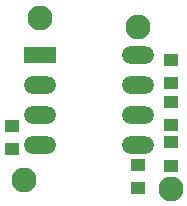
<source format=gts>
%FSLAX25Y25*%
%MOIN*%
G70*
G01*
G75*
G04 Layer_Color=8388736*
%ADD10R,0.04016X0.03543*%
%ADD11C,0.02500*%
%ADD12R,0.28500X0.13000*%
%ADD13R,0.23500X0.21500*%
%ADD14R,0.39500X0.21500*%
%ADD15C,0.07500*%
%ADD16R,0.10000X0.05000*%
%ADD17O,0.10000X0.05000*%
%ADD18C,0.01000*%
%ADD19C,0.00700*%
%ADD20R,0.04816X0.04343*%
%ADD21C,0.08300*%
%ADD22R,0.10800X0.05800*%
%ADD23O,0.10800X0.05800*%
D20*
X263000Y331563D02*
D03*
Y339437D02*
D03*
Y345563D02*
D03*
Y353437D02*
D03*
X252000Y310563D02*
D03*
Y318437D02*
D03*
X263000Y318063D02*
D03*
Y325937D02*
D03*
X210000Y323563D02*
D03*
Y331437D02*
D03*
D21*
X252000Y364500D02*
D03*
X219500Y367500D02*
D03*
X214000Y313500D02*
D03*
X263000Y310500D02*
D03*
D22*
X219500Y355000D02*
D03*
D23*
Y345000D02*
D03*
Y335000D02*
D03*
Y325000D02*
D03*
X252000Y355000D02*
D03*
Y345000D02*
D03*
Y335000D02*
D03*
Y325000D02*
D03*
M02*

</source>
